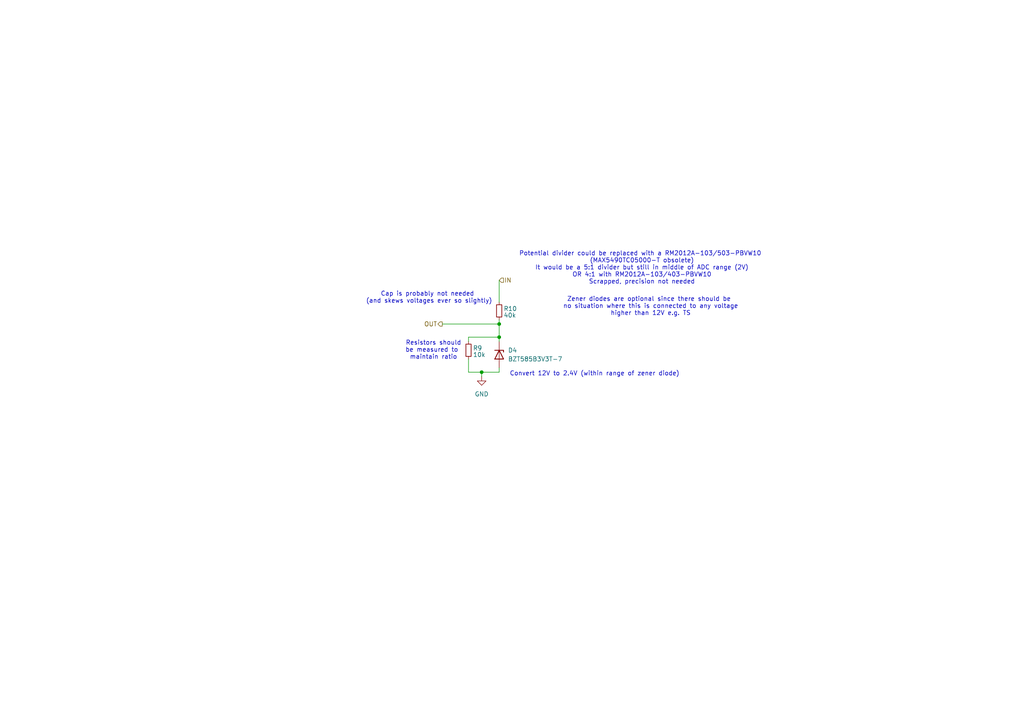
<source format=kicad_sch>
(kicad_sch (version 20250114) (generator "eeschema") (generator_version "9.0")
  (paper "A4")
  (title_block (title "Can-Node") (company "SUFST") (comment 2 "Sam Sturgess/Martin Perreau-Saussine"))
  (lib_symbols
    (symbol "Device:D_Zener" (pin_numbers (hide yes)) (pin_names (offset 1.016) (hide yes))
      (property "Reference" "D" (at 0 2.54 0))
      (property "Value" "D_Zener" (at 0 -2.54 0))
      (symbol "D_Zener_0_1"
        (polyline (pts (xy -1.27 -1.27) (xy -1.27 1.27) (xy -0.762 1.27)) (stroke (width 0.254)))
        (polyline (pts (xy 1.27 0) (xy -1.27 0)))
        (polyline (pts (xy 1.27 -1.27) (xy 1.27 1.27) (xy -1.27 0) (xy 1.27 -1.27)) (stroke (width 0.254)))
      )
      (symbol "D_Zener_1_1"
        (pin passive line (at -3.81 0 0) (length 2.54) (name "K") (number "1"))
        (pin passive line (at 3.81 0 180) (length 2.54) (name "A") (number "2"))
      )
    )
    (symbol "Device:R_Small" (pin_numbers (hide yes)) (pin_names (offset 0.254) (hide yes))
      (property "Reference" "R" (at 0.762 0.508 0))
      (property "Value" "R_Small" (at 0.762 -1.016 0))
      (symbol "R_Small_0_1"
        (rectangle (start -0.762 1.778) (end 0.762 -1.778) (stroke (width 0.2032)))
      )
      (symbol "R_Small_1_1"
        (pin passive line (at 0 2.54 270) (length 0.762) (name "~") (number "1"))
        (pin passive line (at 0 -2.54 90) (length 0.762) (name "~") (number "2"))
      )
    )
    (symbol "GND_3" (power) (pin_numbers (hide yes)) (pin_names (offset 0) (hide yes))
      (property "Value" "GND" (at 0 -3.81 0))
      (symbol "GND_3_0_1"
        (polyline (pts (xy 0 0) (xy 0 -1.27) (xy 1.27 -1.27) (xy 0 -2.54) (xy -1.27 -1.27) (xy 0 -1.27)))
      )
      (symbol "GND_3_1_1"
        (pin power_in line (at 0 0 270) (length 0) (name "~") (number "1"))
      )
    )
  )
  (text "Cap is probably not needed \n(and skews voltages ever so slightly)" (at 124.46 86.36 0) (effects (font (size 1.27 1.27))))
  (text "Convert 12V to 2.4V (within range of zener diode)" (at 172.466 108.458 0) (effects (font (size 1.27 1.27))))
  (text "Zener diodes are optional since there should be \nno situation where this is connected to any voltage\nhigher than 12V e.g. TS" (at 188.722 88.9 0) (effects (font (size 1.27 1.27))))
  (text "Resistors should\nbe measured to \nmaintain ratio" (at 125.73 101.6 0) (effects (font (size 1.27 1.27))))
  (text "Potential divider could be replaced with a RM2012A-103/503-PBVW10 \n(MAX5490TC05000-T obsolete)\nIt would be a 5:1 divider but still in middle of ADC range (2V)\nOR 4:1 with RM2012A-103/403-PBVW10\nScrapped, precision not needed" (at 186.182 77.724 0) (effects (font (size 1.27 1.27))))
  (junction (at 144.78 97.79))
  (junction (at 144.78 93.98))
  (junction (at 139.7 107.95))
  (wire (pts (xy 135.89 107.95) (xy 139.7 107.95)))
  (wire (pts (xy 135.89 107.95) (xy 135.89 104.14)))
  (wire (pts (xy 144.78 107.95) (xy 144.78 106.68)))
  (wire (pts (xy 144.78 92.71) (xy 144.78 93.98)))
  (wire (pts (xy 144.78 97.79) (xy 144.78 99.06)))
  (wire (pts (xy 135.89 97.79) (xy 144.78 97.79)))
  (wire (pts (xy 144.78 93.98) (xy 144.78 97.79)))
  (wire (pts (xy 139.7 107.95) (xy 139.7 109.22)))
  (wire (pts (xy 135.89 97.79) (xy 135.89 99.06)))
  (wire (pts (xy 139.7 107.95) (xy 144.78 107.95)))
  (wire (pts (xy 128.27 93.98) (xy 144.78 93.98)))
  (wire (pts (xy 144.78 81.28) (xy 144.78 87.63)))
  (hierarchical_label "IN" (shape input) (at 144.78 81.28 0))
  (hierarchical_label "OUT" (shape output) (at 128.27 93.98 180))
  (symbol (lib_id "Device:R_Small") (at 144.78 90.17 180) (unit 1)
    (property "Reference" "R10" (at 146.05 89.535 0) (effects (justify right)))
    (property "Value" "40k" (at 146.05 91.44 0) (effects (justify right)))
    (property "Footprint" "Resistor_SMD:R_0805_2012Metric_Pad1.20x1.40mm_HandSolder" (effects (hide yes)))
    (property "Datasheet" "https://www.mouser.co.uk/datasheet/2/427/dcrcwife3-1761849.pdf" (effects (hide yes)))
    (property "Optional" "True" (effects (hide yes)))
    (property "Supplier" "Mouser" (effects (hide yes)))
    (property "Manufacturer_Part_Number" "CRCW080540K0FKEA" (effects (hide yes)))
    (property "Mouser Part Number" "71-CRCW080540K0FKEA" (effects (hide yes)))
    (instances (project "thermistor-board" (path "" (reference "R10") (unit 1)) (path "" (reference "R26") (unit 1)) (path "" (reference "R38") (unit 1)) (path "" (reference "R40") (unit 1)) (path "" (reference "R36") (unit 1)) (path "" (reference "R34") (unit 1)) (path "" (reference "R28") (unit 1)) (path "" (reference "R24") (unit 1)) (path "" (reference "R30") (unit 1)) (path "" (reference "R32") (unit 1)) (path "" (reference "R16") (unit 1)) (path "" (reference "R14") (unit 1)) (path "" (reference "R20") (unit 1)) (path "" (reference "R18") (unit 1)) (path "" (reference "R22") (unit 1)) (path "" (reference "R12") (unit 1))))
  )
  (symbol (lib_id "Device:D_Zener") (at 144.78 102.87 270) (unit 1)
    (property "Reference" "D4" (at 147.32 101.5999 90) (effects (justify left)))
    (property "Value" "BZT585B3V3T-7" (at 147.32 104.1399 90) (effects (justify left)))
    (property "Footprint" "Diode_SMD:D_SOD-523" (effects (hide yes)))
    (property "Datasheet" "https://www.diodes.com//assets/Datasheets/BZT585BxVxT.pdf" (effects (hide yes)))
    (property "Description" "Diodes Inc BZT585B3V3T-7 Zener Diode, 3.3V +/-2% 350 mW SMT 2-Pin SOD-523" (effects (hide yes)))
    (property "Height" "0.65" (effects (hide yes)))
    (property "Mouser Part Number" "621-BZT585B3V3T-7" (effects (hide yes)))
    (property "Mouser Price/Stock" "https://www.mouser.co.uk/ProductDetail/Diodes-Incorporated/BZT585B3V3T-7?qs=bLNvM6dkO6SLQKLMisQhRA%3D%3D" (effects (hide yes)))
    (property "Manufacturer_Name" "Diodes Incorporated" (effects (hide yes)))
    (property "Manufacturer_Part_Number" "BZT585B3V3T-7" (effects (hide yes)))
    (instances (project "thermistor-board" (path "" (reference "D4") (unit 1)) (path "" (reference "D12") (unit 1)) (path "" (reference "D18") (unit 1)) (path "" (reference "D19") (unit 1)) (path "" (reference "D17") (unit 1)) (path "" (reference "D16") (unit 1)) (path "" (reference "D13") (unit 1)) (path "" (reference "D11") (unit 1)) (path "" (reference "D14") (unit 1)) (path "" (reference "D15") (unit 1)) (path "" (reference "D7") (unit 1)) (path "" (reference "D6") (unit 1)) (path "" (reference "D9") (unit 1)) (path "" (reference "D8") (unit 1)) (path "" (reference "D10") (unit 1)) (path "" (reference "D5") (unit 1))))
  )
  (symbol (lib_id "Device:R_Small") (at 135.89 101.6 180) (unit 1)
    (property "Reference" "R9" (at 137.16 100.965 0) (effects (justify right)))
    (property "Value" "10k" (at 137.16 102.87 0) (effects (justify right)))
    (property "Footprint" "Resistor_SMD:R_0805_2012Metric_Pad1.20x1.40mm_HandSolder" (effects (hide yes)))
    (property "Datasheet" "https://www.mouser.co.uk/datasheet/2/427/dcrcwife3-1761849.pdf" (effects (hide yes)))
    (property "Optional" "True" (effects (hide yes)))
    (property "Supplier" "Mouser" (effects (hide yes)))
    (property "Manufacturer_Part_Number" "CRGH0805F12R" (effects (hide yes)))
    (property "Mouser Part Number" "279-CRGH0805F12R" (effects (hide yes)))
    (instances (project "thermistor-board" (path "" (reference "R9") (unit 1)) (path "" (reference "R25") (unit 1)) (path "" (reference "R37") (unit 1)) (path "" (reference "R39") (unit 1)) (path "" (reference "R35") (unit 1)) (path "" (reference "R33") (unit 1)) (path "" (reference "R27") (unit 1)) (path "" (reference "R23") (unit 1)) (path "" (reference "R29") (unit 1)) (path "" (reference "R31") (unit 1)) (path "" (reference "R15") (unit 1)) (path "" (reference "R13") (unit 1)) (path "" (reference "R19") (unit 1)) (path "" (reference "R17") (unit 1)) (path "" (reference "R21") (unit 1)) (path "" (reference "R11") (unit 1))))
  )
  (symbol (lib_name "GND_3") (lib_id "power:GND") (at 139.7 109.22 0) (unit 1)
    (property "Reference" "#PWR037" (effects (hide yes)))
    (property "Value" "GND" (at 139.7 114.3 0))
    (property "Description" "Power symbol creates a global label with name \"GND\" , ground" (effects (hide yes)))
    (instances (project "thermistor-board" (path "" (reference "#PWR037") (unit 1)) (path "" (reference "#PWR045") (unit 1)) (path "" (reference "#PWR051") (unit 1)) (path "" (reference "#PWR052") (unit 1)) (path "" (reference "#PWR050") (unit 1)) (path "" (reference "#PWR049") (unit 1)) (path "" (reference "#PWR046") (unit 1)) (path "" (reference "#PWR044") (unit 1)) (path "" (reference "#PWR047") (unit 1)) (path "" (reference "#PWR048") (unit 1)) (path "" (reference "#PWR040") (unit 1)) (path "" (reference "#PWR039") (unit 1)) (path "" (reference "#PWR042") (unit 1)) (path "" (reference "#PWR041") (unit 1)) (path "" (reference "#PWR043") (unit 1)) (path "" (reference "#PWR038") (unit 1))))
  )
)
</source>
